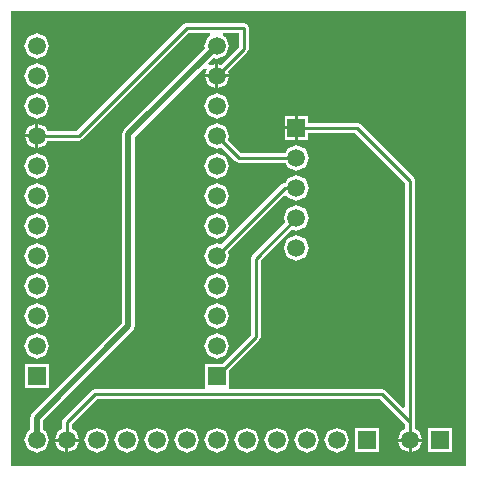
<source format=gbl>
%FSTAX23Y23*%
%MOIN*%
%SFA1B1*%

%IPPOS*%
%ADD10C,0.010000*%
%ADD11C,0.019685*%
%ADD12R,0.059055X0.059055*%
%ADD13C,0.059055*%
%ADD14R,0.059055X0.059055*%
%LNmcu_ecg_combine_board-1*%
%LPD*%
G36*
X03005Y01275D02*
X0149D01*
Y0279*
X03005*
Y01275*
G37*
%LNmcu_ecg_combine_board-2*%
%LPC*%
G36*
X02959Y01399D02*
X0288D01*
Y0132*
X02959*
Y01399*
G37*
G36*
X01614Y01614D02*
X01535D01*
Y01535*
X01614*
Y01614*
G37*
G36*
X02714Y01399D02*
X02635D01*
Y0132*
X02714*
Y01399*
G37*
G36*
X02815Y01355D02*
X02779D01*
X02789Y01329*
X02815Y01319*
Y01355*
G37*
G36*
X0286D02*
X02825D01*
Y01319*
X0285Y01329*
X0286Y01355*
G37*
G36*
X02174Y01817D02*
X02144Y01805D01*
X02132Y01774*
X02144Y01744*
X02174Y01732*
X02205Y01744*
X02217Y01774*
X02205Y01805*
X02174Y01817*
G37*
G36*
X01574Y01917D02*
X01544Y01905D01*
X01532Y01874*
X01544Y01844*
X01574Y01832*
X01605Y01844*
X01617Y01874*
X01605Y01905*
X01574Y01917*
G37*
G36*
Y01817D02*
X01544Y01805D01*
X01532Y01774*
X01544Y01744*
X01574Y01732*
X01605Y01744*
X01617Y01774*
X01605Y01805*
X01574Y01817*
G37*
G36*
Y01717D02*
X01544Y01705D01*
X01532Y01674*
X01544Y01644*
X01574Y01632*
X01605Y01644*
X01617Y01674*
X01605Y01705*
X01574Y01717*
G37*
G36*
X02174D02*
X02144Y01705D01*
X02132Y01674*
X02144Y01644*
X02174Y01632*
X02205Y01644*
X02217Y01674*
X02205Y01705*
X02174Y01717*
G37*
G36*
X01715Y01355D02*
X0168D01*
Y01319*
X01705Y01329*
X01715Y01355*
G37*
G36*
X02075Y01402D02*
X02044Y0139D01*
X02032Y0136*
X02044Y01329*
X02075Y01317*
X02105Y01329*
X02117Y0136*
X02105Y0139*
X02075Y01402*
G37*
G36*
X02175D02*
X02144Y0139D01*
X02132Y0136*
X02144Y01329*
X02175Y01317*
X02205Y01329*
X02217Y0136*
X02205Y0139*
X02175Y01402*
G37*
G36*
X01975D02*
X01944Y0139D01*
X01932Y0136*
X01944Y01329*
X01975Y01317*
X02005Y01329*
X02017Y0136*
X02005Y0139*
X01975Y01402*
G37*
G36*
X01775D02*
X01744Y0139D01*
X01732Y0136*
X01744Y01329*
X01775Y01317*
X01805Y01329*
X01817Y0136*
X01805Y0139*
X01775Y01402*
G37*
G36*
X01875D02*
X01844Y0139D01*
X01832Y0136*
X01844Y01329*
X01875Y01317*
X01905Y01329*
X01917Y0136*
X01905Y0139*
X01875Y01402*
G37*
G36*
X02575D02*
X02544Y0139D01*
X02532Y0136*
X02544Y01329*
X02575Y01317*
X02605Y01329*
X02617Y0136*
X02605Y0139*
X02575Y01402*
G37*
G36*
X0167Y01355D02*
X01634D01*
X01644Y01329*
X0167Y01319*
Y01355*
G37*
G36*
X02475Y01402D02*
X02444Y0139D01*
X02432Y0136*
X02444Y01329*
X02475Y01317*
X02505Y01329*
X02517Y0136*
X02505Y0139*
X02475Y01402*
G37*
G36*
X02275D02*
X02244Y0139D01*
X02232Y0136*
X02244Y01329*
X02275Y01317*
X02305Y01329*
X02317Y0136*
X02305Y0139*
X02275Y01402*
G37*
G36*
X02375D02*
X02344Y0139D01*
X02332Y0136*
X02344Y01329*
X02375Y01317*
X02405Y01329*
X02417Y0136*
X02405Y0139*
X02375Y01402*
G37*
G36*
X02174Y01917D02*
X02144Y01905D01*
X02132Y01874*
X02144Y01844*
X02174Y01832*
X02205Y01844*
X02217Y01874*
X02205Y01905*
X02174Y01917*
G37*
G36*
X02435Y02441D02*
X02401D01*
Y02406*
X02435*
Y02441*
G37*
G36*
X01574Y02517D02*
X01544Y02505D01*
X01532Y02474*
X01544Y02444*
X01574Y02432*
X01605Y02444*
X01617Y02474*
X01605Y02505*
X01574Y02517*
G37*
G36*
X01569Y02415D02*
X01544Y02405D01*
X01534Y02379*
X01569*
Y02415*
G37*
G36*
Y02369D02*
X01534D01*
X01544Y02344*
X01569Y02334*
Y02369*
G37*
G36*
X02435Y02396D02*
X02401D01*
Y02362*
X02435*
Y02396*
G37*
G36*
X02174Y02517D02*
X02144Y02505D01*
X02132Y02474*
X02144Y02444*
X02174Y02432*
X02205Y02444*
X02217Y02474*
X02205Y02505*
X02174Y02517*
G37*
G36*
X02265Y02751D02*
X02075D01*
X02063Y02746*
X01708Y02391*
X0161*
X01605Y02405*
X01579Y02415*
Y02374*
Y02334*
X01605Y02344*
X0161Y02358*
X01714*
X01726Y02363*
X02081Y02718*
X02152*
X02153Y02708*
X02144Y02705*
X02132Y02674*
X02135Y02666*
X01864Y02395*
X01858Y0238*
Y01748*
X01559Y0145*
X01553Y01435*
Y01393*
X01544Y0139*
X01532Y0136*
X01544Y01329*
X01575Y01317*
X01605Y01329*
X01617Y0136*
X01605Y0139*
X01596Y01393*
Y01426*
X01895Y01724*
X01901Y0174*
Y02371*
X02132Y02602*
X02141Y02596*
X02134Y02579*
X02169*
Y02615*
X02152Y02608*
X02147Y02616*
X02166Y02635*
X02174Y02632*
X02205Y02644*
X02217Y02674*
X02205Y02705*
X02195Y02708*
X02197Y02718*
X02248*
Y02671*
X02188Y02611*
X02179Y02615*
Y02579*
X02215*
X02211Y02588*
X02276Y02653*
X02281Y02665*
Y02735*
X02276Y02746*
X02265Y02751*
G37*
G36*
X01574Y02717D02*
X01544Y02705D01*
X01532Y02674*
X01544Y02644*
X01574Y02632*
X01605Y02644*
X01617Y02674*
X01605Y02705*
X01574Y02717*
G37*
G36*
X02215Y02569D02*
X02179D01*
Y02534*
X02205Y02544*
X02215Y02569*
G37*
G36*
X01574Y02617D02*
X01544Y02605D01*
X01532Y02574*
X01544Y02544*
X01574Y02532*
X01605Y02544*
X01617Y02574*
X01605Y02605*
X01574Y02617*
G37*
G36*
X02169Y02569D02*
X02134D01*
X02144Y02544*
X02169Y02534*
Y02569*
G37*
G36*
X02174Y02117D02*
X02144Y02105D01*
X02132Y02074*
X02144Y02044*
X02174Y02032*
X02205Y02044*
X02217Y02074*
X02205Y02105*
X02174Y02117*
G37*
G36*
X0248Y02441D02*
X02445D01*
Y02401*
Y02362*
X0248*
Y02385*
X02636*
X02803Y02218*
Y01472*
X02794Y01468*
X02736Y01526*
X02725Y01531*
X02218*
X02214Y01535*
Y01538*
Y01591*
X02316Y01693*
X02321Y01705*
Y01958*
X02426Y02064*
X0244Y02058*
X02471Y02071*
X02483Y02101*
X02471Y02131*
X0244Y02144*
X0241Y02131*
X02398Y02101*
X02403Y02087*
X02293Y01977*
X02288Y01965*
Y01711*
X02191Y01614*
X02135*
Y01538*
Y01535*
X02131Y01531*
X0177*
X01758Y01526*
X01663Y01431*
X01658Y0142*
Y01396*
X01644Y0139*
X01634Y01365*
X01715*
X01705Y0139*
X01691Y01396*
Y01413*
X01776Y01498*
X02718*
X02803Y01413*
Y01396*
X02789Y0139*
X02779Y01365*
X0286*
X0285Y0139*
X02836Y01396*
Y0142*
Y02225*
X02831Y02236*
X02654Y02413*
X02643Y02417*
X0248*
Y02441*
G37*
G36*
X01574Y02117D02*
X01544Y02105D01*
X01532Y02074*
X01544Y02044*
X01574Y02032*
X01605Y02044*
X01617Y02074*
X01605Y02105*
X01574Y02117*
G37*
G36*
Y02017D02*
X01544Y02005D01*
X01532Y01974*
X01544Y01944*
X01574Y01932*
X01605Y01944*
X01617Y01974*
X01605Y02005*
X01574Y02017*
G37*
G36*
X0244Y02044D02*
X0241Y02031D01*
X02398Y02001*
X0241Y01971*
X0244Y01958*
X02471Y01971*
X02483Y02001*
X02471Y02031*
X0244Y02044*
G37*
G36*
X01574Y02217D02*
X01544Y02205D01*
X01532Y02174*
X01544Y02144*
X01574Y02132*
X01605Y02144*
X01617Y02174*
X01605Y02205*
X01574Y02217*
G37*
G36*
X02174Y02317D02*
X02144Y02305D01*
X02132Y02274*
X02144Y02244*
X02174Y02232*
X02205Y02244*
X02217Y02274*
X02205Y02305*
X02174Y02317*
G37*
G36*
Y02417D02*
X02144Y02405D01*
X02132Y02374*
X02144Y02344*
X02174Y02332*
X02188Y02337*
X02236Y0229*
X02248Y02285*
X02404*
X0241Y02271*
X0244Y02258*
X02471Y02271*
X02483Y02301*
X02471Y02331*
X0244Y02344*
X0241Y02331*
X02404Y02317*
X02254*
X02211Y0236*
X02217Y02374*
X02205Y02405*
X02174Y02417*
G37*
G36*
X01574Y02317D02*
X01544Y02305D01*
X01532Y02274*
X01544Y02244*
X01574Y02232*
X01605Y02244*
X01617Y02274*
X01605Y02305*
X01574Y02317*
G37*
G36*
X02174Y02217D02*
X02144Y02205D01*
X02132Y02174*
X02144Y02144*
X02174Y02132*
X02205Y02144*
X02217Y02174*
X02205Y02205*
X02174Y02217*
G37*
G36*
X0244Y02244D02*
X0241Y02231D01*
X02404Y02217*
X02401*
X0239Y02213*
X02188Y02011*
X02174Y02017*
X02144Y02005*
X02132Y01974*
X02144Y01944*
X02174Y01932*
X02205Y01944*
X02217Y01974*
X02211Y01988*
X02399Y02176*
X02409Y02174*
X0241Y02171*
X0244Y02158*
X02471Y02171*
X02483Y02201*
X02471Y02231*
X0244Y02244*
G37*
%LNmcu_ecg_combine_board-3*%
%LPD*%
G54D10*
X0282Y0136D02*
Y0142D01*
Y02225*
X02643Y02401D02*
X0282Y02225D01*
X0244Y02401D02*
X02643D01*
X02725Y01515D02*
X0282Y0142D01*
X0177Y01515D02*
X02725D01*
X01675Y0142D02*
X0177Y01515D01*
X01675Y0136D02*
Y0142D01*
X02174Y01574D02*
X02305Y01705D01*
Y01965*
X0244Y02101*
X02174Y01974D02*
X02401Y02201D01*
X0244*
X02174Y02374D02*
X02248Y02301D01*
X0244*
X02174Y02574D02*
X02265Y02665D01*
Y02735*
X02075D02*
X02265D01*
X01714Y02374D02*
X02075Y02735D01*
X01574Y02374D02*
X01714D01*
G54D11*
X0188Y0238D02*
X02174Y02674D01*
X0188Y0174D02*
Y0238D01*
X01575Y01435D02*
X0188Y0174D01*
X01575Y0136D02*
Y01435D01*
G54D12*
X0292Y0136D03*
X02675D03*
G54D13*
X0282Y0136D03*
X01575D03*
X01675D03*
X01775D03*
X01875D03*
X01975D03*
X02075D03*
X02175D03*
X02275D03*
X02375D03*
X02475D03*
X02575D03*
X01574Y02674D03*
Y02574D03*
Y02474D03*
Y02374D03*
Y02274D03*
Y02174D03*
Y02074D03*
Y01974D03*
Y01874D03*
Y01774D03*
Y01674D03*
X0244Y02001D03*
Y02101D03*
Y02201D03*
Y02301D03*
X02174Y02674D03*
Y02574D03*
Y02474D03*
Y02374D03*
Y02274D03*
Y02174D03*
Y02074D03*
Y01974D03*
Y01874D03*
Y01774D03*
Y01674D03*
G54D14*
X01574Y01574D03*
X0244Y02401D03*
X02174Y01574D03*
M02*
</source>
